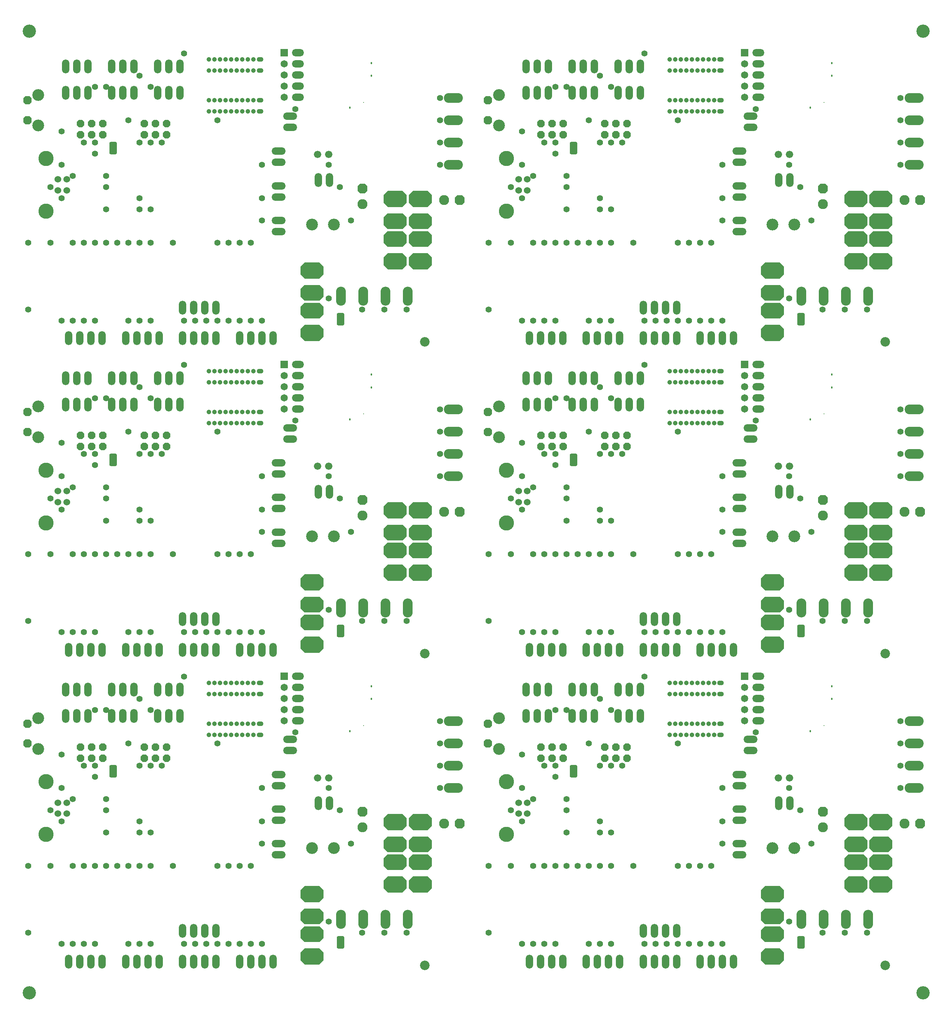
<source format=gbs>
%FSLAX24Y24*%
%MOIN*%
G70*
G01*
G75*
G04 Layer_Color=12517567*
%ADD10C,0.0070*%
G04:AMPARAMS|DCode=11|XSize=78.7mil|YSize=78.7mil|CornerRadius=39.4mil|HoleSize=0mil|Usage=FLASHONLY|Rotation=90.000|XOffset=0mil|YOffset=0mil|HoleType=Round|Shape=RoundedRectangle|*
%AMROUNDEDRECTD11*
21,1,0.0787,0.0000,0,0,90.0*
21,1,0.0000,0.0787,0,0,90.0*
1,1,0.0787,0.0000,0.0000*
1,1,0.0787,0.0000,0.0000*
1,1,0.0787,0.0000,0.0000*
1,1,0.0787,0.0000,0.0000*
%
%ADD11ROUNDEDRECTD11*%
%ADD12C,0.0100*%
%ADD13C,0.0650*%
%ADD14R,0.1970X0.1700*%
%ADD15R,0.0280X0.0560*%
%ADD16R,0.0600X0.0120*%
%ADD17R,0.0120X0.0600*%
G04:AMPARAMS|DCode=18|XSize=11mil|YSize=31.5mil|CornerRadius=4.4mil|HoleSize=0mil|Usage=FLASHONLY|Rotation=180.000|XOffset=0mil|YOffset=0mil|HoleType=Round|Shape=RoundedRectangle|*
%AMROUNDEDRECTD18*
21,1,0.0110,0.0227,0,0,180.0*
21,1,0.0022,0.0315,0,0,180.0*
1,1,0.0088,-0.0011,0.0113*
1,1,0.0088,0.0011,0.0113*
1,1,0.0088,0.0011,-0.0113*
1,1,0.0088,-0.0011,-0.0113*
%
%ADD18ROUNDEDRECTD18*%
G04:AMPARAMS|DCode=19|XSize=11mil|YSize=31.5mil|CornerRadius=4.4mil|HoleSize=0mil|Usage=FLASHONLY|Rotation=270.000|XOffset=0mil|YOffset=0mil|HoleType=Round|Shape=RoundedRectangle|*
%AMROUNDEDRECTD19*
21,1,0.0110,0.0227,0,0,270.0*
21,1,0.0022,0.0315,0,0,270.0*
1,1,0.0088,-0.0113,-0.0011*
1,1,0.0088,-0.0113,0.0011*
1,1,0.0088,0.0113,0.0011*
1,1,0.0088,0.0113,-0.0011*
%
%ADD19ROUNDEDRECTD19*%
%ADD20R,0.1370X0.1370*%
%ADD21R,0.1370X0.1370*%
%ADD22R,0.0236X0.1319*%
G04:AMPARAMS|DCode=23|XSize=40mil|YSize=40mil|CornerRadius=20mil|HoleSize=0mil|Usage=FLASHONLY|Rotation=0.000|XOffset=0mil|YOffset=0mil|HoleType=Round|Shape=RoundedRectangle|*
%AMROUNDEDRECTD23*
21,1,0.0400,0.0000,0,0,0.0*
21,1,0.0000,0.0400,0,0,0.0*
1,1,0.0400,0.0000,0.0000*
1,1,0.0400,0.0000,0.0000*
1,1,0.0400,0.0000,0.0000*
1,1,0.0400,0.0000,0.0000*
%
%ADD23ROUNDEDRECTD23*%
%ADD24R,0.0480X0.0480*%
%ADD25R,0.0480X0.0480*%
%ADD26R,0.0420X0.0520*%
%ADD27R,0.0354X0.1299*%
%ADD28R,0.0240X0.0240*%
%ADD29R,0.1260X0.0630*%
%ADD30R,0.0360X0.0320*%
%ADD31R,0.0280X0.0200*%
%ADD32R,0.0200X0.0280*%
%ADD33R,0.0790X0.0790*%
%ADD34R,0.0790X0.0790*%
%ADD35R,0.0500X0.0150*%
G04:AMPARAMS|DCode=36|XSize=63mil|YSize=71mil|CornerRadius=15.8mil|HoleSize=0mil|Usage=FLASHONLY|Rotation=270.000|XOffset=0mil|YOffset=0mil|HoleType=Round|Shape=RoundedRectangle|*
%AMROUNDEDRECTD36*
21,1,0.0630,0.0395,0,0,270.0*
21,1,0.0315,0.0710,0,0,270.0*
1,1,0.0315,-0.0198,-0.0158*
1,1,0.0315,-0.0198,0.0158*
1,1,0.0315,0.0198,0.0158*
1,1,0.0315,0.0198,-0.0158*
%
%ADD36ROUNDEDRECTD36*%
G04:AMPARAMS|DCode=37|XSize=29.1mil|YSize=39.4mil|CornerRadius=5.8mil|HoleSize=0mil|Usage=FLASHONLY|Rotation=90.000|XOffset=0mil|YOffset=0mil|HoleType=Round|Shape=RoundedRectangle|*
%AMROUNDEDRECTD37*
21,1,0.0291,0.0277,0,0,90.0*
21,1,0.0175,0.0394,0,0,90.0*
1,1,0.0117,0.0139,0.0087*
1,1,0.0117,0.0139,-0.0087*
1,1,0.0117,-0.0139,-0.0087*
1,1,0.0117,-0.0139,0.0087*
%
%ADD37ROUNDEDRECTD37*%
G04:AMPARAMS|DCode=38|XSize=29.1mil|YSize=39.4mil|CornerRadius=5.8mil|HoleSize=0mil|Usage=FLASHONLY|Rotation=180.000|XOffset=0mil|YOffset=0mil|HoleType=Round|Shape=RoundedRectangle|*
%AMROUNDEDRECTD38*
21,1,0.0291,0.0277,0,0,180.0*
21,1,0.0175,0.0394,0,0,180.0*
1,1,0.0117,-0.0087,0.0139*
1,1,0.0117,0.0087,0.0139*
1,1,0.0117,0.0087,-0.0139*
1,1,0.0117,-0.0087,-0.0139*
%
%ADD38ROUNDEDRECTD38*%
G04:AMPARAMS|DCode=39|XSize=22mil|YSize=24mil|CornerRadius=4.4mil|HoleSize=0mil|Usage=FLASHONLY|Rotation=0.000|XOffset=0mil|YOffset=0mil|HoleType=Round|Shape=RoundedRectangle|*
%AMROUNDEDRECTD39*
21,1,0.0220,0.0152,0,0,0.0*
21,1,0.0132,0.0240,0,0,0.0*
1,1,0.0088,0.0066,-0.0076*
1,1,0.0088,-0.0066,-0.0076*
1,1,0.0088,-0.0066,0.0076*
1,1,0.0088,0.0066,0.0076*
%
%ADD39ROUNDEDRECTD39*%
G04:AMPARAMS|DCode=40|XSize=22mil|YSize=24mil|CornerRadius=4.4mil|HoleSize=0mil|Usage=FLASHONLY|Rotation=270.000|XOffset=0mil|YOffset=0mil|HoleType=Round|Shape=RoundedRectangle|*
%AMROUNDEDRECTD40*
21,1,0.0220,0.0152,0,0,270.0*
21,1,0.0132,0.0240,0,0,270.0*
1,1,0.0088,-0.0076,-0.0066*
1,1,0.0088,-0.0076,0.0066*
1,1,0.0088,0.0076,0.0066*
1,1,0.0088,0.0076,-0.0066*
%
%ADD40ROUNDEDRECTD40*%
%ADD41R,0.0543X0.0709*%
%ADD42R,0.0200X0.0260*%
%ADD43R,0.0433X0.0669*%
G04:AMPARAMS|DCode=44|XSize=52mil|YSize=60mil|CornerRadius=13mil|HoleSize=0mil|Usage=FLASHONLY|Rotation=180.000|XOffset=0mil|YOffset=0mil|HoleType=Round|Shape=RoundedRectangle|*
%AMROUNDEDRECTD44*
21,1,0.0520,0.0340,0,0,180.0*
21,1,0.0260,0.0600,0,0,180.0*
1,1,0.0260,-0.0130,0.0170*
1,1,0.0260,0.0130,0.0170*
1,1,0.0260,0.0130,-0.0170*
1,1,0.0260,-0.0130,-0.0170*
%
%ADD44ROUNDEDRECTD44*%
G04:AMPARAMS|DCode=45|XSize=52mil|YSize=60mil|CornerRadius=13mil|HoleSize=0mil|Usage=FLASHONLY|Rotation=270.000|XOffset=0mil|YOffset=0mil|HoleType=Round|Shape=RoundedRectangle|*
%AMROUNDEDRECTD45*
21,1,0.0520,0.0340,0,0,270.0*
21,1,0.0260,0.0600,0,0,270.0*
1,1,0.0260,-0.0170,-0.0130*
1,1,0.0260,-0.0170,0.0130*
1,1,0.0260,0.0170,0.0130*
1,1,0.0260,0.0170,-0.0130*
%
%ADD45ROUNDEDRECTD45*%
%ADD46R,0.1673X0.0465*%
G04:AMPARAMS|DCode=47|XSize=50mil|YSize=50mil|CornerRadius=25mil|HoleSize=0mil|Usage=FLASHONLY|Rotation=90.000|XOffset=0mil|YOffset=0mil|HoleType=Round|Shape=RoundedRectangle|*
%AMROUNDEDRECTD47*
21,1,0.0500,0.0000,0,0,90.0*
21,1,0.0000,0.0500,0,0,90.0*
1,1,0.0500,0.0000,0.0000*
1,1,0.0500,0.0000,0.0000*
1,1,0.0500,0.0000,0.0000*
1,1,0.0500,0.0000,0.0000*
%
%ADD47ROUNDEDRECTD47*%
%ADD48C,0.0600*%
G04:AMPARAMS|DCode=49|XSize=105mil|YSize=105mil|CornerRadius=26.3mil|HoleSize=0mil|Usage=FLASHONLY|Rotation=180.000|XOffset=0mil|YOffset=0mil|HoleType=Round|Shape=RoundedRectangle|*
%AMROUNDEDRECTD49*
21,1,0.1050,0.0525,0,0,180.0*
21,1,0.0525,0.1050,0,0,180.0*
1,1,0.0525,-0.0263,0.0263*
1,1,0.0525,0.0263,0.0263*
1,1,0.0525,0.0263,-0.0263*
1,1,0.0525,-0.0263,-0.0263*
%
%ADD49ROUNDEDRECTD49*%
%ADD50R,0.0402X0.0118*%
%ADD51C,0.0500*%
%ADD52C,0.0240*%
%ADD53C,0.0080*%
%ADD54C,0.0200*%
%ADD55C,0.0320*%
%ADD56C,0.0120*%
%ADD57C,0.0600*%
%ADD58C,0.0400*%
%ADD59C,0.0250*%
%ADD60C,0.0160*%
%ADD61R,0.1299X0.1063*%
%ADD62R,0.1575X0.0984*%
%ADD63R,0.1929X0.1457*%
%ADD64R,0.0551X0.0472*%
%ADD65O,0.0540X0.0360*%
%ADD66C,0.0360*%
%ADD67O,0.0600X0.1200*%
%ADD68P,0.0758X8X292.5*%
%ADD69C,0.1000*%
%ADD70O,0.1200X0.0600*%
%ADD71O,0.1024X0.0591*%
%ADD72C,0.0591*%
%ADD73R,0.0591X0.0591*%
%ADD74C,0.1305*%
%ADD75C,0.0540*%
%ADD76O,0.1650X0.0825*%
%ADD77O,0.0825X0.1650*%
%ADD78P,0.0909X8X112.5*%
%ADD79C,0.0840*%
%ADD80P,0.0909X8X22.5*%
G04:AMPARAMS|DCode=81|XSize=133.9mil|YSize=200mil|CornerRadius=0mil|HoleSize=0mil|Usage=FLASHONLY|Rotation=270.000|XOffset=0mil|YOffset=0mil|HoleType=Round|Shape=Octagon|*
%AMOCTAGOND81*
4,1,8,0.1000,0.0335,0.1000,-0.0335,0.0665,-0.0669,-0.0665,-0.0669,-0.1000,-0.0335,-0.1000,0.0335,-0.0665,0.0669,0.0665,0.0669,0.1000,0.0335,0.0*
%
%ADD81OCTAGOND81*%

G04:AMPARAMS|DCode=82|XSize=140mil|YSize=200mil|CornerRadius=0mil|HoleSize=0mil|Usage=FLASHONLY|Rotation=270.000|XOffset=0mil|YOffset=0mil|HoleType=Round|Shape=Octagon|*
%AMOCTAGOND82*
4,1,8,0.1000,0.0350,0.1000,-0.0350,0.0650,-0.0700,-0.0650,-0.0700,-0.1000,-0.0350,-0.1000,0.0350,-0.0650,0.0700,0.0650,0.0700,0.1000,0.0350,0.0*
%
%ADD82OCTAGOND82*%

%ADD83P,0.0671X8X22.5*%
%ADD84C,0.0800*%
%ADD85C,0.0300*%
%ADD86C,0.0500*%
%ADD87C,0.0400*%
%ADD88C,0.0320*%
%ADD89C,0.1581*%
%ADD90C,0.0460*%
G04:AMPARAMS|DCode=91|XSize=82mil|YSize=82mil|CornerRadius=0mil|HoleSize=0mil|Usage=FLASHONLY|Rotation=0.000|XOffset=0mil|YOffset=0mil|HoleType=Round|Shape=Relief|Width=10mil|Gap=10mil|Entries=4|*
%AMTHD91*
7,0,0,0.0820,0.0620,0.0100,45*
%
%ADD91THD91*%
%ADD92C,0.0640*%
G04:AMPARAMS|DCode=93|XSize=100mil|YSize=100mil|CornerRadius=0mil|HoleSize=0mil|Usage=FLASHONLY|Rotation=0.000|XOffset=0mil|YOffset=0mil|HoleType=Round|Shape=Relief|Width=10mil|Gap=10mil|Entries=4|*
%AMTHD93*
7,0,0,0.1000,0.0800,0.0100,45*
%
%ADD93THD93*%
%ADD94C,0.0830*%
%ADD95C,0.0594*%
G04:AMPARAMS|DCode=96|XSize=95.433mil|YSize=95.433mil|CornerRadius=0mil|HoleSize=0mil|Usage=FLASHONLY|Rotation=0.000|XOffset=0mil|YOffset=0mil|HoleType=Round|Shape=Relief|Width=10mil|Gap=10mil|Entries=4|*
%AMTHD96*
7,0,0,0.0954,0.0754,0.0100,45*
%
%ADD96THD96*%
%ADD97C,0.1110*%
G04:AMPARAMS|DCode=98|XSize=98mil|YSize=98mil|CornerRadius=0mil|HoleSize=0mil|Usage=FLASHONLY|Rotation=0.000|XOffset=0mil|YOffset=0mil|HoleType=Round|Shape=Relief|Width=10mil|Gap=10mil|Entries=4|*
%AMTHD98*
7,0,0,0.0980,0.0780,0.0100,45*
%
%ADD98THD98*%
%ADD99C,0.0620*%
%ADD100C,0.0790*%
G04:AMPARAMS|DCode=101|XSize=115mil|YSize=115mil|CornerRadius=0mil|HoleSize=0mil|Usage=FLASHONLY|Rotation=0.000|XOffset=0mil|YOffset=0mil|HoleType=Round|Shape=Relief|Width=10mil|Gap=10mil|Entries=4|*
%AMTHD101*
7,0,0,0.1150,0.0950,0.0100,45*
%
%ADD101THD101*%
%ADD102C,0.1240*%
%ADD103C,0.0390*%
%ADD104C,0.1421*%
%ADD105C,0.0520*%
%ADD106C,0.1400*%
%ADD107C,0.0800*%
%ADD108C,0.1040*%
%ADD109C,0.1300*%
%ADD110R,0.4094X0.4331*%
%ADD111R,0.3425X0.4284*%
%ADD112R,0.3583X0.4284*%
%ADD113R,0.3622X0.4331*%
G04:AMPARAMS|DCode=114|XSize=46mil|YSize=63mil|CornerRadius=11.5mil|HoleSize=0mil|Usage=FLASHONLY|Rotation=270.000|XOffset=0mil|YOffset=0mil|HoleType=Round|Shape=RoundedRectangle|*
%AMROUNDEDRECTD114*
21,1,0.0460,0.0400,0,0,270.0*
21,1,0.0230,0.0630,0,0,270.0*
1,1,0.0230,-0.0200,-0.0115*
1,1,0.0230,-0.0200,0.0115*
1,1,0.0230,0.0200,0.0115*
1,1,0.0230,0.0200,-0.0115*
%
%ADD114ROUNDEDRECTD114*%
G04:AMPARAMS|DCode=115|XSize=50mil|YSize=50mil|CornerRadius=25mil|HoleSize=0mil|Usage=FLASHONLY|Rotation=0.000|XOffset=0mil|YOffset=0mil|HoleType=Round|Shape=RoundedRectangle|*
%AMROUNDEDRECTD115*
21,1,0.0500,0.0000,0,0,0.0*
21,1,0.0000,0.0500,0,0,0.0*
1,1,0.0500,0.0000,0.0000*
1,1,0.0500,0.0000,0.0000*
1,1,0.0500,0.0000,0.0000*
1,1,0.0500,0.0000,0.0000*
%
%ADD115ROUNDEDRECTD115*%
%ADD116C,0.0098*%
%ADD117C,0.0050*%
%ADD118C,0.0000*%
%ADD119C,0.0060*%
%ADD120C,0.0079*%
%ADD121C,0.0040*%
%ADD122R,0.0120X0.0059*%
%ADD123R,0.0120X0.0060*%
%ADD124R,0.0120X0.0119*%
%ADD125R,0.0059X0.0120*%
%ADD126R,0.0060X0.0120*%
%ADD127R,0.0119X0.0120*%
%ADD128R,0.2450X0.0492*%
%ADD129R,0.0879X0.0295*%
%ADD130R,0.0295X0.0879*%
%ADD131R,0.1950X0.1680*%
%ADD132R,0.0260X0.0540*%
%ADD133R,0.0580X0.0100*%
%ADD134R,0.0100X0.0580*%
G04:AMPARAMS|DCode=135|XSize=9mil|YSize=29.5mil|CornerRadius=3.4mil|HoleSize=0mil|Usage=FLASHONLY|Rotation=180.000|XOffset=0mil|YOffset=0mil|HoleType=Round|Shape=RoundedRectangle|*
%AMROUNDEDRECTD135*
21,1,0.0090,0.0227,0,0,180.0*
21,1,0.0022,0.0295,0,0,180.0*
1,1,0.0068,-0.0011,0.0113*
1,1,0.0068,0.0011,0.0113*
1,1,0.0068,0.0011,-0.0113*
1,1,0.0068,-0.0011,-0.0113*
%
%ADD135ROUNDEDRECTD135*%
G04:AMPARAMS|DCode=136|XSize=9mil|YSize=29.5mil|CornerRadius=3.4mil|HoleSize=0mil|Usage=FLASHONLY|Rotation=270.000|XOffset=0mil|YOffset=0mil|HoleType=Round|Shape=RoundedRectangle|*
%AMROUNDEDRECTD136*
21,1,0.0090,0.0227,0,0,270.0*
21,1,0.0022,0.0295,0,0,270.0*
1,1,0.0068,-0.0113,-0.0011*
1,1,0.0068,-0.0113,0.0011*
1,1,0.0068,0.0113,0.0011*
1,1,0.0068,0.0113,-0.0011*
%
%ADD136ROUNDEDRECTD136*%
%ADD137R,0.0216X0.1299*%
%ADD138R,0.0460X0.0460*%
%ADD139R,0.0460X0.0460*%
%ADD140R,0.0400X0.0500*%
%ADD141R,0.0334X0.1279*%
%ADD142R,0.0220X0.0220*%
%ADD143R,0.1240X0.0610*%
%ADD144R,0.0340X0.0300*%
%ADD145R,0.0260X0.0180*%
%ADD146R,0.0180X0.0260*%
%ADD147R,0.0770X0.0770*%
%ADD148R,0.0770X0.0770*%
%ADD149R,0.0480X0.0130*%
G04:AMPARAMS|DCode=150|XSize=61mil|YSize=69mil|CornerRadius=14.8mil|HoleSize=0mil|Usage=FLASHONLY|Rotation=270.000|XOffset=0mil|YOffset=0mil|HoleType=Round|Shape=RoundedRectangle|*
%AMROUNDEDRECTD150*
21,1,0.0610,0.0395,0,0,270.0*
21,1,0.0315,0.0690,0,0,270.0*
1,1,0.0295,-0.0198,-0.0158*
1,1,0.0295,-0.0198,0.0158*
1,1,0.0295,0.0198,0.0158*
1,1,0.0295,0.0198,-0.0158*
%
%ADD150ROUNDEDRECTD150*%
G04:AMPARAMS|DCode=151|XSize=27.1mil|YSize=37.4mil|CornerRadius=4.8mil|HoleSize=0mil|Usage=FLASHONLY|Rotation=90.000|XOffset=0mil|YOffset=0mil|HoleType=Round|Shape=RoundedRectangle|*
%AMROUNDEDRECTD151*
21,1,0.0271,0.0277,0,0,90.0*
21,1,0.0175,0.0374,0,0,90.0*
1,1,0.0097,0.0139,0.0087*
1,1,0.0097,0.0139,-0.0087*
1,1,0.0097,-0.0139,-0.0087*
1,1,0.0097,-0.0139,0.0087*
%
%ADD151ROUNDEDRECTD151*%
G04:AMPARAMS|DCode=152|XSize=27.1mil|YSize=37.4mil|CornerRadius=4.8mil|HoleSize=0mil|Usage=FLASHONLY|Rotation=180.000|XOffset=0mil|YOffset=0mil|HoleType=Round|Shape=RoundedRectangle|*
%AMROUNDEDRECTD152*
21,1,0.0271,0.0277,0,0,180.0*
21,1,0.0175,0.0374,0,0,180.0*
1,1,0.0097,-0.0087,0.0139*
1,1,0.0097,0.0087,0.0139*
1,1,0.0097,0.0087,-0.0139*
1,1,0.0097,-0.0087,-0.0139*
%
%ADD152ROUNDEDRECTD152*%
G04:AMPARAMS|DCode=153|XSize=20mil|YSize=22mil|CornerRadius=3.4mil|HoleSize=0mil|Usage=FLASHONLY|Rotation=0.000|XOffset=0mil|YOffset=0mil|HoleType=Round|Shape=RoundedRectangle|*
%AMROUNDEDRECTD153*
21,1,0.0200,0.0152,0,0,0.0*
21,1,0.0132,0.0220,0,0,0.0*
1,1,0.0068,0.0066,-0.0076*
1,1,0.0068,-0.0066,-0.0076*
1,1,0.0068,-0.0066,0.0076*
1,1,0.0068,0.0066,0.0076*
%
%ADD153ROUNDEDRECTD153*%
G04:AMPARAMS|DCode=154|XSize=20mil|YSize=22mil|CornerRadius=3.4mil|HoleSize=0mil|Usage=FLASHONLY|Rotation=270.000|XOffset=0mil|YOffset=0mil|HoleType=Round|Shape=RoundedRectangle|*
%AMROUNDEDRECTD154*
21,1,0.0200,0.0152,0,0,270.0*
21,1,0.0132,0.0220,0,0,270.0*
1,1,0.0068,-0.0076,-0.0066*
1,1,0.0068,-0.0076,0.0066*
1,1,0.0068,0.0076,0.0066*
1,1,0.0068,0.0076,-0.0066*
%
%ADD154ROUNDEDRECTD154*%
%ADD155R,0.0523X0.0689*%
%ADD156R,0.0180X0.0240*%
%ADD157R,0.0413X0.0649*%
G04:AMPARAMS|DCode=158|XSize=50mil|YSize=58mil|CornerRadius=12mil|HoleSize=0mil|Usage=FLASHONLY|Rotation=180.000|XOffset=0mil|YOffset=0mil|HoleType=Round|Shape=RoundedRectangle|*
%AMROUNDEDRECTD158*
21,1,0.0500,0.0340,0,0,180.0*
21,1,0.0260,0.0580,0,0,180.0*
1,1,0.0240,-0.0130,0.0170*
1,1,0.0240,0.0130,0.0170*
1,1,0.0240,0.0130,-0.0170*
1,1,0.0240,-0.0130,-0.0170*
%
%ADD158ROUNDEDRECTD158*%
G04:AMPARAMS|DCode=159|XSize=50mil|YSize=58mil|CornerRadius=12mil|HoleSize=0mil|Usage=FLASHONLY|Rotation=270.000|XOffset=0mil|YOffset=0mil|HoleType=Round|Shape=RoundedRectangle|*
%AMROUNDEDRECTD159*
21,1,0.0500,0.0340,0,0,270.0*
21,1,0.0260,0.0580,0,0,270.0*
1,1,0.0240,-0.0170,-0.0130*
1,1,0.0240,-0.0170,0.0130*
1,1,0.0240,0.0170,0.0130*
1,1,0.0240,0.0170,-0.0130*
%
%ADD159ROUNDEDRECTD159*%
%ADD160R,0.1653X0.0445*%
G04:AMPARAMS|DCode=161|XSize=48mil|YSize=48mil|CornerRadius=24mil|HoleSize=0mil|Usage=FLASHONLY|Rotation=90.000|XOffset=0mil|YOffset=0mil|HoleType=Round|Shape=RoundedRectangle|*
%AMROUNDEDRECTD161*
21,1,0.0480,0.0000,0,0,90.0*
21,1,0.0000,0.0480,0,0,90.0*
1,1,0.0480,0.0000,0.0000*
1,1,0.0480,0.0000,0.0000*
1,1,0.0480,0.0000,0.0000*
1,1,0.0480,0.0000,0.0000*
%
%ADD161ROUNDEDRECTD161*%
G04:AMPARAMS|DCode=162|XSize=103mil|YSize=103mil|CornerRadius=25.3mil|HoleSize=0mil|Usage=FLASHONLY|Rotation=180.000|XOffset=0mil|YOffset=0mil|HoleType=Round|Shape=RoundedRectangle|*
%AMROUNDEDRECTD162*
21,1,0.1030,0.0525,0,0,180.0*
21,1,0.0525,0.1030,0,0,180.0*
1,1,0.0505,-0.0263,0.0263*
1,1,0.0505,0.0263,0.0263*
1,1,0.0505,0.0263,-0.0263*
1,1,0.0505,-0.0263,-0.0263*
%
%ADD162ROUNDEDRECTD162*%
%ADD163R,0.0382X0.0098*%
%ADD164C,0.0150*%
%ADD165C,0.0394*%
%ADD166R,0.0460X0.0130*%
%ADD167R,0.0530X0.0170*%
G04:AMPARAMS|DCode=168|XSize=118.7mil|YSize=118.7mil|CornerRadius=59.4mil|HoleSize=0mil|Usage=FLASHONLY|Rotation=90.000|XOffset=0mil|YOffset=0mil|HoleType=Round|Shape=RoundedRectangle|*
%AMROUNDEDRECTD168*
21,1,0.1187,0.0000,0,0,90.0*
21,1,0.0000,0.1187,0,0,90.0*
1,1,0.1187,0.0000,0.0000*
1,1,0.1187,0.0000,0.0000*
1,1,0.1187,0.0000,0.0000*
1,1,0.1187,0.0000,0.0000*
%
%ADD168ROUNDEDRECTD168*%
%ADD169R,0.0340X0.0620*%
%ADD170R,0.0680X0.0200*%
%ADD171R,0.0200X0.0680*%
G04:AMPARAMS|DCode=172|XSize=15mil|YSize=35.4mil|CornerRadius=6.4mil|HoleSize=0mil|Usage=FLASHONLY|Rotation=180.000|XOffset=0mil|YOffset=0mil|HoleType=Round|Shape=RoundedRectangle|*
%AMROUNDEDRECTD172*
21,1,0.0150,0.0227,0,0,180.0*
21,1,0.0022,0.0354,0,0,180.0*
1,1,0.0128,-0.0011,0.0113*
1,1,0.0128,0.0011,0.0113*
1,1,0.0128,0.0011,-0.0113*
1,1,0.0128,-0.0011,-0.0113*
%
%ADD172ROUNDEDRECTD172*%
G04:AMPARAMS|DCode=173|XSize=15mil|YSize=35.4mil|CornerRadius=6.4mil|HoleSize=0mil|Usage=FLASHONLY|Rotation=270.000|XOffset=0mil|YOffset=0mil|HoleType=Round|Shape=RoundedRectangle|*
%AMROUNDEDRECTD173*
21,1,0.0150,0.0227,0,0,270.0*
21,1,0.0022,0.0354,0,0,270.0*
1,1,0.0128,-0.0113,-0.0011*
1,1,0.0128,-0.0113,0.0011*
1,1,0.0128,0.0113,0.0011*
1,1,0.0128,0.0113,-0.0011*
%
%ADD173ROUNDEDRECTD173*%
%ADD174R,0.0296X0.1379*%
G04:AMPARAMS|DCode=175|XSize=80mil|YSize=80mil|CornerRadius=40mil|HoleSize=0mil|Usage=FLASHONLY|Rotation=0.000|XOffset=0mil|YOffset=0mil|HoleType=Round|Shape=RoundedRectangle|*
%AMROUNDEDRECTD175*
21,1,0.0800,0.0000,0,0,0.0*
21,1,0.0000,0.0800,0,0,0.0*
1,1,0.0800,0.0000,0.0000*
1,1,0.0800,0.0000,0.0000*
1,1,0.0800,0.0000,0.0000*
1,1,0.0800,0.0000,0.0000*
%
%ADD175ROUNDEDRECTD175*%
%ADD176R,0.0540X0.0540*%
%ADD177R,0.0540X0.0540*%
%ADD178R,0.0480X0.0580*%
%ADD179R,0.0414X0.1359*%
%ADD180R,0.0300X0.0300*%
%ADD181R,0.1320X0.0690*%
%ADD182R,0.0420X0.0380*%
%ADD183R,0.0340X0.0260*%
%ADD184R,0.0260X0.0340*%
%ADD185R,0.0850X0.0850*%
%ADD186R,0.0850X0.0850*%
%ADD187R,0.0560X0.0210*%
G04:AMPARAMS|DCode=188|XSize=69mil|YSize=77mil|CornerRadius=18.8mil|HoleSize=0mil|Usage=FLASHONLY|Rotation=270.000|XOffset=0mil|YOffset=0mil|HoleType=Round|Shape=RoundedRectangle|*
%AMROUNDEDRECTD188*
21,1,0.0690,0.0395,0,0,270.0*
21,1,0.0315,0.0770,0,0,270.0*
1,1,0.0375,-0.0198,-0.0158*
1,1,0.0375,-0.0198,0.0158*
1,1,0.0375,0.0198,0.0158*
1,1,0.0375,0.0198,-0.0158*
%
%ADD188ROUNDEDRECTD188*%
G04:AMPARAMS|DCode=189|XSize=35.1mil|YSize=45.4mil|CornerRadius=8.8mil|HoleSize=0mil|Usage=FLASHONLY|Rotation=90.000|XOffset=0mil|YOffset=0mil|HoleType=Round|Shape=RoundedRectangle|*
%AMROUNDEDRECTD189*
21,1,0.0351,0.0277,0,0,90.0*
21,1,0.0175,0.0454,0,0,90.0*
1,1,0.0177,0.0139,0.0087*
1,1,0.0177,0.0139,-0.0087*
1,1,0.0177,-0.0139,-0.0087*
1,1,0.0177,-0.0139,0.0087*
%
%ADD189ROUNDEDRECTD189*%
G04:AMPARAMS|DCode=190|XSize=35.1mil|YSize=45.4mil|CornerRadius=8.8mil|HoleSize=0mil|Usage=FLASHONLY|Rotation=180.000|XOffset=0mil|YOffset=0mil|HoleType=Round|Shape=RoundedRectangle|*
%AMROUNDEDRECTD190*
21,1,0.0351,0.0277,0,0,180.0*
21,1,0.0175,0.0454,0,0,180.0*
1,1,0.0177,-0.0087,0.0139*
1,1,0.0177,0.0087,0.0139*
1,1,0.0177,0.0087,-0.0139*
1,1,0.0177,-0.0087,-0.0139*
%
%ADD190ROUNDEDRECTD190*%
G04:AMPARAMS|DCode=191|XSize=28mil|YSize=30mil|CornerRadius=7.4mil|HoleSize=0mil|Usage=FLASHONLY|Rotation=0.000|XOffset=0mil|YOffset=0mil|HoleType=Round|Shape=RoundedRectangle|*
%AMROUNDEDRECTD191*
21,1,0.0280,0.0152,0,0,0.0*
21,1,0.0132,0.0300,0,0,0.0*
1,1,0.0148,0.0066,-0.0076*
1,1,0.0148,-0.0066,-0.0076*
1,1,0.0148,-0.0066,0.0076*
1,1,0.0148,0.0066,0.0076*
%
%ADD191ROUNDEDRECTD191*%
G04:AMPARAMS|DCode=192|XSize=28mil|YSize=30mil|CornerRadius=7.4mil|HoleSize=0mil|Usage=FLASHONLY|Rotation=270.000|XOffset=0mil|YOffset=0mil|HoleType=Round|Shape=RoundedRectangle|*
%AMROUNDEDRECTD192*
21,1,0.0280,0.0152,0,0,270.0*
21,1,0.0132,0.0300,0,0,270.0*
1,1,0.0148,-0.0076,-0.0066*
1,1,0.0148,-0.0076,0.0066*
1,1,0.0148,0.0076,0.0066*
1,1,0.0148,0.0076,-0.0066*
%
%ADD192ROUNDEDRECTD192*%
%ADD193R,0.0603X0.0769*%
%ADD194R,0.0260X0.0320*%
%ADD195R,0.0493X0.0729*%
G04:AMPARAMS|DCode=196|XSize=58mil|YSize=66mil|CornerRadius=16mil|HoleSize=0mil|Usage=FLASHONLY|Rotation=180.000|XOffset=0mil|YOffset=0mil|HoleType=Round|Shape=RoundedRectangle|*
%AMROUNDEDRECTD196*
21,1,0.0580,0.0340,0,0,180.0*
21,1,0.0260,0.0660,0,0,180.0*
1,1,0.0320,-0.0130,0.0170*
1,1,0.0320,0.0130,0.0170*
1,1,0.0320,0.0130,-0.0170*
1,1,0.0320,-0.0130,-0.0170*
%
%ADD196ROUNDEDRECTD196*%
G04:AMPARAMS|DCode=197|XSize=58mil|YSize=66mil|CornerRadius=16mil|HoleSize=0mil|Usage=FLASHONLY|Rotation=270.000|XOffset=0mil|YOffset=0mil|HoleType=Round|Shape=RoundedRectangle|*
%AMROUNDEDRECTD197*
21,1,0.0580,0.0340,0,0,270.0*
21,1,0.0260,0.0660,0,0,270.0*
1,1,0.0320,-0.0170,-0.0130*
1,1,0.0320,-0.0170,0.0130*
1,1,0.0320,0.0170,0.0130*
1,1,0.0320,0.0170,-0.0130*
%
%ADD197ROUNDEDRECTD197*%
%ADD198R,0.1733X0.0525*%
G04:AMPARAMS|DCode=199|XSize=56mil|YSize=56mil|CornerRadius=28mil|HoleSize=0mil|Usage=FLASHONLY|Rotation=90.000|XOffset=0mil|YOffset=0mil|HoleType=Round|Shape=RoundedRectangle|*
%AMROUNDEDRECTD199*
21,1,0.0560,0.0000,0,0,90.0*
21,1,0.0000,0.0560,0,0,90.0*
1,1,0.0560,0.0000,0.0000*
1,1,0.0560,0.0000,0.0000*
1,1,0.0560,0.0000,0.0000*
1,1,0.0560,0.0000,0.0000*
%
%ADD199ROUNDEDRECTD199*%
%ADD200R,0.0482X0.0198*%
%ADD201O,0.0600X0.0420*%
%ADD202C,0.0420*%
%ADD203O,0.0660X0.1260*%
%ADD204P,0.0823X8X292.5*%
%ADD205C,0.1060*%
%ADD206O,0.1260X0.0660*%
%ADD207O,0.1084X0.0651*%
%ADD208C,0.0651*%
%ADD209R,0.0651X0.0651*%
%ADD210C,0.1365*%
%ADD211O,0.1710X0.0885*%
%ADD212O,0.0885X0.1710*%
%ADD213P,0.0974X8X112.5*%
%ADD214C,0.0900*%
%ADD215P,0.0974X8X22.5*%
G04:AMPARAMS|DCode=216|XSize=139.9mil|YSize=206mil|CornerRadius=0mil|HoleSize=0mil|Usage=FLASHONLY|Rotation=270.000|XOffset=0mil|YOffset=0mil|HoleType=Round|Shape=Octagon|*
%AMOCTAGOND216*
4,1,8,0.1030,0.0350,0.1030,-0.0350,0.0680,-0.0699,-0.0680,-0.0699,-0.1030,-0.0350,-0.1030,0.0350,-0.0680,0.0699,0.0680,0.0699,0.1030,0.0350,0.0*
%
%ADD216OCTAGOND216*%

G04:AMPARAMS|DCode=217|XSize=146mil|YSize=206mil|CornerRadius=0mil|HoleSize=0mil|Usage=FLASHONLY|Rotation=270.000|XOffset=0mil|YOffset=0mil|HoleType=Round|Shape=Octagon|*
%AMOCTAGOND217*
4,1,8,0.1030,0.0365,0.1030,-0.0365,0.0665,-0.0730,-0.0665,-0.0730,-0.1030,-0.0365,-0.1030,0.0365,-0.0665,0.0730,0.0665,0.0730,0.1030,0.0365,0.0*
%
%ADD217OCTAGOND217*%

%ADD218P,0.0736X8X22.5*%
%ADD219C,0.0660*%
%ADD220C,0.0860*%
%ADD221C,0.0180*%
%ADD222C,0.0080*%
%ADD223R,0.0704X0.0354*%
G04:AMPARAMS|DCode=224|XSize=52mil|YSize=69mil|CornerRadius=14.5mil|HoleSize=0mil|Usage=FLASHONLY|Rotation=270.000|XOffset=0mil|YOffset=0mil|HoleType=Round|Shape=RoundedRectangle|*
%AMROUNDEDRECTD224*
21,1,0.0520,0.0400,0,0,270.0*
21,1,0.0230,0.0690,0,0,270.0*
1,1,0.0290,-0.0200,-0.0115*
1,1,0.0290,-0.0200,0.0115*
1,1,0.0290,0.0200,0.0115*
1,1,0.0290,0.0200,-0.0115*
%
%ADD224ROUNDEDRECTD224*%
G04:AMPARAMS|DCode=225|XSize=56mil|YSize=56mil|CornerRadius=28mil|HoleSize=0mil|Usage=FLASHONLY|Rotation=0.000|XOffset=0mil|YOffset=0mil|HoleType=Round|Shape=RoundedRectangle|*
%AMROUNDEDRECTD225*
21,1,0.0560,0.0000,0,0,0.0*
21,1,0.0000,0.0560,0,0,0.0*
1,1,0.0560,0.0000,0.0000*
1,1,0.0560,0.0000,0.0000*
1,1,0.0560,0.0000,0.0000*
1,1,0.0560,0.0000,0.0000*
%
%ADD225ROUNDEDRECTD225*%
D48*
X15637Y26665D02*
D03*
Y27657D02*
D03*
X16427D02*
D03*
Y26665D02*
D03*
X57015D02*
D03*
Y27657D02*
D03*
X57805D02*
D03*
Y26665D02*
D03*
X15637Y54657D02*
D03*
Y55650D02*
D03*
X16427D02*
D03*
Y54657D02*
D03*
X57015D02*
D03*
Y55650D02*
D03*
X57805D02*
D03*
Y54657D02*
D03*
X15637Y82650D02*
D03*
Y83642D02*
D03*
X16427D02*
D03*
Y82650D02*
D03*
X57015D02*
D03*
Y83642D02*
D03*
X57805D02*
D03*
Y82650D02*
D03*
D168*
X13061Y96959D02*
D03*
X93356D02*
D03*
Y10561D02*
D03*
X13061D02*
D03*
D199*
X33969Y23969D02*
D03*
X36969Y33969D02*
D03*
X75346Y23969D02*
D03*
X78346Y33969D02*
D03*
X33969Y51961D02*
D03*
X36969Y61961D02*
D03*
X75346Y51961D02*
D03*
X78346Y61961D02*
D03*
X33969Y79953D02*
D03*
X36969Y89953D02*
D03*
X75346Y79953D02*
D03*
X78346Y89953D02*
D03*
D201*
X33797Y34752D02*
D03*
Y33752D02*
D03*
Y38413D02*
D03*
Y37413D02*
D03*
X75175Y34752D02*
D03*
Y33752D02*
D03*
Y38413D02*
D03*
Y37413D02*
D03*
X33797Y62744D02*
D03*
Y61744D02*
D03*
Y66406D02*
D03*
Y65406D02*
D03*
X75175Y62744D02*
D03*
Y61744D02*
D03*
Y66406D02*
D03*
Y65406D02*
D03*
X33797Y90736D02*
D03*
Y89736D02*
D03*
Y94398D02*
D03*
Y93398D02*
D03*
X75175Y90736D02*
D03*
Y89736D02*
D03*
Y94398D02*
D03*
Y93398D02*
D03*
D202*
X33207Y34752D02*
D03*
Y33752D02*
D03*
X32707Y34752D02*
D03*
Y33752D02*
D03*
X32207Y34752D02*
D03*
Y33752D02*
D03*
X31707Y34752D02*
D03*
Y33752D02*
D03*
X31207Y34752D02*
D03*
Y33752D02*
D03*
X30707Y34752D02*
D03*
Y33752D02*
D03*
X30207Y34752D02*
D03*
Y33752D02*
D03*
X29707Y34752D02*
D03*
Y33752D02*
D03*
X29207Y34752D02*
D03*
Y33752D02*
D03*
X33207Y38413D02*
D03*
Y37413D02*
D03*
X32707Y38413D02*
D03*
Y37413D02*
D03*
X32207Y38413D02*
D03*
Y37413D02*
D03*
X31707Y38413D02*
D03*
Y37413D02*
D03*
X31207Y38413D02*
D03*
Y37413D02*
D03*
X30707Y38413D02*
D03*
Y37413D02*
D03*
X30207Y38413D02*
D03*
Y37413D02*
D03*
X29707Y38413D02*
D03*
Y37413D02*
D03*
X29207Y38413D02*
D03*
Y37413D02*
D03*
X74585Y34752D02*
D03*
Y33752D02*
D03*
X74085Y34752D02*
D03*
Y33752D02*
D03*
X73585Y34752D02*
D03*
Y33752D02*
D03*
X73085Y34752D02*
D03*
Y33752D02*
D03*
X72585Y34752D02*
D03*
Y33752D02*
D03*
X72085Y34752D02*
D03*
Y33752D02*
D03*
X71585Y34752D02*
D03*
Y33752D02*
D03*
X71085Y34752D02*
D03*
Y33752D02*
D03*
X70585Y34752D02*
D03*
Y33752D02*
D03*
X74585Y38413D02*
D03*
Y37413D02*
D03*
X74085Y38413D02*
D03*
Y37413D02*
D03*
X73585Y38413D02*
D03*
Y37413D02*
D03*
X73085Y38413D02*
D03*
Y37413D02*
D03*
X72585Y38413D02*
D03*
Y37413D02*
D03*
X72085Y38413D02*
D03*
Y37413D02*
D03*
X71585Y38413D02*
D03*
Y37413D02*
D03*
X71085Y38413D02*
D03*
Y37413D02*
D03*
X70585Y38413D02*
D03*
Y37413D02*
D03*
X33207Y62744D02*
D03*
Y61744D02*
D03*
X32707Y62744D02*
D03*
Y61744D02*
D03*
X32207Y62744D02*
D03*
Y61744D02*
D03*
X31707Y62744D02*
D03*
Y61744D02*
D03*
X31207Y62744D02*
D03*
Y61744D02*
D03*
X30707Y62744D02*
D03*
Y61744D02*
D03*
X30207Y62744D02*
D03*
Y61744D02*
D03*
X29707Y62744D02*
D03*
Y61744D02*
D03*
X29207Y62744D02*
D03*
Y61744D02*
D03*
X33207Y66406D02*
D03*
Y65406D02*
D03*
X32707Y66406D02*
D03*
Y65406D02*
D03*
X32207Y66406D02*
D03*
Y65406D02*
D03*
X31707Y66406D02*
D03*
Y65406D02*
D03*
X31207Y66406D02*
D03*
Y65406D02*
D03*
X30707Y66406D02*
D03*
Y65406D02*
D03*
X30207Y66406D02*
D03*
Y65406D02*
D03*
X29707Y66406D02*
D03*
Y65406D02*
D03*
X29207Y66406D02*
D03*
Y65406D02*
D03*
X74585Y62744D02*
D03*
Y61744D02*
D03*
X74085Y62744D02*
D03*
Y61744D02*
D03*
X73585Y62744D02*
D03*
Y61744D02*
D03*
X73085Y62744D02*
D03*
Y61744D02*
D03*
X72585Y62744D02*
D03*
Y61744D02*
D03*
X72085Y62744D02*
D03*
Y61744D02*
D03*
X71585Y62744D02*
D03*
Y61744D02*
D03*
X71085Y62744D02*
D03*
Y61744D02*
D03*
X70585Y62744D02*
D03*
Y61744D02*
D03*
X74585Y66406D02*
D03*
Y65406D02*
D03*
X74085Y66406D02*
D03*
Y65406D02*
D03*
X73585Y66406D02*
D03*
Y65406D02*
D03*
X73085Y66406D02*
D03*
Y65406D02*
D03*
X72585Y66406D02*
D03*
Y65406D02*
D03*
X72085Y66406D02*
D03*
Y65406D02*
D03*
X71585Y66406D02*
D03*
Y65406D02*
D03*
X71085Y66406D02*
D03*
Y65406D02*
D03*
X70585Y66406D02*
D03*
Y65406D02*
D03*
X33207Y90736D02*
D03*
Y89736D02*
D03*
X32707Y90736D02*
D03*
Y89736D02*
D03*
X32207Y90736D02*
D03*
Y89736D02*
D03*
X31707Y90736D02*
D03*
Y89736D02*
D03*
X31207Y90736D02*
D03*
Y89736D02*
D03*
X30707Y90736D02*
D03*
Y89736D02*
D03*
X30207Y90736D02*
D03*
Y89736D02*
D03*
X29707Y90736D02*
D03*
Y89736D02*
D03*
X29207Y90736D02*
D03*
Y89736D02*
D03*
X33207Y94398D02*
D03*
Y93398D02*
D03*
X32707Y94398D02*
D03*
Y93398D02*
D03*
X32207Y94398D02*
D03*
Y93398D02*
D03*
X31707Y94398D02*
D03*
Y93398D02*
D03*
X31207Y94398D02*
D03*
Y93398D02*
D03*
X30707Y94398D02*
D03*
Y93398D02*
D03*
X30207Y94398D02*
D03*
Y93398D02*
D03*
X29707Y94398D02*
D03*
Y93398D02*
D03*
X29207Y94398D02*
D03*
Y93398D02*
D03*
X74585Y90736D02*
D03*
Y89736D02*
D03*
X74085Y90736D02*
D03*
Y89736D02*
D03*
X73585Y90736D02*
D03*
Y89736D02*
D03*
X73085Y90736D02*
D03*
Y89736D02*
D03*
X72585Y90736D02*
D03*
Y89736D02*
D03*
X72085Y90736D02*
D03*
Y89736D02*
D03*
X71585Y90736D02*
D03*
Y89736D02*
D03*
X71085Y90736D02*
D03*
Y89736D02*
D03*
X70585Y90736D02*
D03*
Y89736D02*
D03*
X74585Y94398D02*
D03*
Y93398D02*
D03*
X74085Y94398D02*
D03*
Y93398D02*
D03*
X73585Y94398D02*
D03*
Y93398D02*
D03*
X73085Y94398D02*
D03*
Y93398D02*
D03*
X72585Y94398D02*
D03*
Y93398D02*
D03*
X72085Y94398D02*
D03*
Y93398D02*
D03*
X71585Y94398D02*
D03*
Y93398D02*
D03*
X71085Y94398D02*
D03*
Y93398D02*
D03*
X70585Y94398D02*
D03*
Y93398D02*
D03*
D203*
X26846Y13386D02*
D03*
X27846D02*
D03*
X28846D02*
D03*
X29846D02*
D03*
X26846Y16142D02*
D03*
X27846D02*
D03*
X28846D02*
D03*
X29846D02*
D03*
X24591Y37795D02*
D03*
X25591D02*
D03*
X26591D02*
D03*
X20457D02*
D03*
X21457D02*
D03*
X22457D02*
D03*
X16323D02*
D03*
X17323D02*
D03*
X18323D02*
D03*
X22457Y35433D02*
D03*
X21457D02*
D03*
X20457D02*
D03*
X26591D02*
D03*
X25591D02*
D03*
X24591D02*
D03*
X18323D02*
D03*
X17323D02*
D03*
X16323D02*
D03*
X39028Y27598D02*
D03*
X40028D02*
D03*
X16610Y13386D02*
D03*
X17610D02*
D03*
X18610D02*
D03*
X19610D02*
D03*
X21728D02*
D03*
X22728D02*
D03*
X23728D02*
D03*
X24728D02*
D03*
X31965D02*
D03*
X32965D02*
D03*
X33965D02*
D03*
X34965D02*
D03*
X68224D02*
D03*
X69224D02*
D03*
X70224D02*
D03*
X71224D02*
D03*
X68224Y16142D02*
D03*
X69224D02*
D03*
X70224D02*
D03*
X71224D02*
D03*
X65968Y37795D02*
D03*
X66968D02*
D03*
X67969D02*
D03*
X61835D02*
D03*
X62835D02*
D03*
X63835D02*
D03*
X57701D02*
D03*
X58701D02*
D03*
X59701D02*
D03*
X63835Y35433D02*
D03*
X62835D02*
D03*
X61835D02*
D03*
X67969D02*
D03*
X66968D02*
D03*
X65968D02*
D03*
X59701D02*
D03*
X58701D02*
D03*
X57701D02*
D03*
X80406Y27598D02*
D03*
X81406D02*
D03*
X57988Y13386D02*
D03*
X58988D02*
D03*
X59988D02*
D03*
X60988D02*
D03*
X63106D02*
D03*
X64106D02*
D03*
X65106D02*
D03*
X66106D02*
D03*
X73343D02*
D03*
X74343D02*
D03*
X75343D02*
D03*
X76343D02*
D03*
X26846Y41378D02*
D03*
X27846D02*
D03*
X28846D02*
D03*
X29846D02*
D03*
X26846Y44134D02*
D03*
X27846D02*
D03*
X28846D02*
D03*
X29846D02*
D03*
X24591Y65787D02*
D03*
X25591D02*
D03*
X26591D02*
D03*
X20457D02*
D03*
X21457D02*
D03*
X22457D02*
D03*
X16323D02*
D03*
X17323D02*
D03*
X18323D02*
D03*
X22457Y63425D02*
D03*
X21457D02*
D03*
X20457D02*
D03*
X26591D02*
D03*
X25591D02*
D03*
X24591D02*
D03*
X18323D02*
D03*
X17323D02*
D03*
X16323D02*
D03*
X39028Y55591D02*
D03*
X40028D02*
D03*
X16610Y41378D02*
D03*
X17610D02*
D03*
X18610D02*
D03*
X19610D02*
D03*
X21728D02*
D03*
X22728D02*
D03*
X23728D02*
D03*
X24728D02*
D03*
X31965D02*
D03*
X32965D02*
D03*
X33965D02*
D03*
X34965D02*
D03*
X68224D02*
D03*
X69224D02*
D03*
X70224D02*
D03*
X71224D02*
D03*
X68224Y44134D02*
D03*
X69224D02*
D03*
X70224D02*
D03*
X71224D02*
D03*
X65968Y65787D02*
D03*
X66968D02*
D03*
X67969D02*
D03*
X61835D02*
D03*
X62835D02*
D03*
X63835D02*
D03*
X57701D02*
D03*
X58701D02*
D03*
X59701D02*
D03*
X63835Y63425D02*
D03*
X62835D02*
D03*
X61835D02*
D03*
X67969D02*
D03*
X66968D02*
D03*
X65968D02*
D03*
X59701D02*
D03*
X58701D02*
D03*
X57701D02*
D03*
X80406Y55591D02*
D03*
X81406D02*
D03*
X57988Y41378D02*
D03*
X58988D02*
D03*
X59988D02*
D03*
X60988D02*
D03*
X63106D02*
D03*
X64106D02*
D03*
X65106D02*
D03*
X66106D02*
D03*
X73343D02*
D03*
X74343D02*
D03*
X75343D02*
D03*
X76343D02*
D03*
X26846Y69370D02*
D03*
X27846D02*
D03*
X28846D02*
D03*
X29846D02*
D03*
X26846Y72126D02*
D03*
X27846D02*
D03*
X28846D02*
D03*
X29846D02*
D03*
X24591Y93780D02*
D03*
X25591D02*
D03*
X26591D02*
D03*
X20457D02*
D03*
X21457D02*
D03*
X22457D02*
D03*
X16323D02*
D03*
X17323D02*
D03*
X18323D02*
D03*
X22457Y91417D02*
D03*
X21457D02*
D03*
X20457D02*
D03*
X26591D02*
D03*
X25591D02*
D03*
X24591D02*
D03*
X18323D02*
D03*
X17323D02*
D03*
X16323D02*
D03*
X39028Y83583D02*
D03*
X40028D02*
D03*
X16610Y69370D02*
D03*
X17610D02*
D03*
X18610D02*
D03*
X19610D02*
D03*
X21728D02*
D03*
X22728D02*
D03*
X23728D02*
D03*
X24728D02*
D03*
X31965D02*
D03*
X32965D02*
D03*
X33965D02*
D03*
X34965D02*
D03*
X68224D02*
D03*
X69224D02*
D03*
X70224D02*
D03*
X71224D02*
D03*
X68224Y72126D02*
D03*
X69224D02*
D03*
X70224D02*
D03*
X71224D02*
D03*
X65968Y93780D02*
D03*
X66968D02*
D03*
X67969D02*
D03*
X61835D02*
D03*
X62835D02*
D03*
X63835D02*
D03*
X57701D02*
D03*
X58701D02*
D03*
X59701D02*
D03*
X63835Y91417D02*
D03*
X62835D02*
D03*
X61835D02*
D03*
X67969D02*
D03*
X66968D02*
D03*
X65968D02*
D03*
X59701D02*
D03*
X58701D02*
D03*
X57701D02*
D03*
X80406Y83583D02*
D03*
X81406D02*
D03*
X57988Y69370D02*
D03*
X58988D02*
D03*
X59988D02*
D03*
X60988D02*
D03*
X63106D02*
D03*
X64106D02*
D03*
X65106D02*
D03*
X66106D02*
D03*
X73343D02*
D03*
X74343D02*
D03*
X75343D02*
D03*
X76343D02*
D03*
D204*
X12896Y34748D02*
D03*
Y32968D02*
D03*
X54274Y34748D02*
D03*
Y32968D02*
D03*
X12896Y62740D02*
D03*
Y60960D02*
D03*
X54274Y62740D02*
D03*
Y60960D02*
D03*
X12896Y90733D02*
D03*
Y88953D02*
D03*
X54274Y90733D02*
D03*
Y88953D02*
D03*
D205*
X13876Y35238D02*
D03*
Y32478D02*
D03*
X40433Y23583D02*
D03*
X38465D02*
D03*
X55254Y35238D02*
D03*
Y32478D02*
D03*
X81811Y23583D02*
D03*
X79843D02*
D03*
X13876Y63230D02*
D03*
Y60470D02*
D03*
X40433Y51575D02*
D03*
X38465D02*
D03*
X55254Y63230D02*
D03*
Y60470D02*
D03*
X81811Y51575D02*
D03*
X79843D02*
D03*
X13876Y91223D02*
D03*
Y88463D02*
D03*
X40433Y79567D02*
D03*
X38465D02*
D03*
X55254Y91223D02*
D03*
Y88463D02*
D03*
X81811Y79567D02*
D03*
X79843D02*
D03*
D206*
X35472Y29185D02*
D03*
Y30185D02*
D03*
Y26075D02*
D03*
Y27075D02*
D03*
X36496Y33335D02*
D03*
Y32335D02*
D03*
X35472Y22965D02*
D03*
Y23965D02*
D03*
X76850Y29185D02*
D03*
Y30185D02*
D03*
Y26075D02*
D03*
Y27075D02*
D03*
X77874Y33335D02*
D03*
Y32335D02*
D03*
X76850Y22965D02*
D03*
Y23965D02*
D03*
X35472Y57177D02*
D03*
Y58177D02*
D03*
Y54067D02*
D03*
Y55067D02*
D03*
X36496Y61327D02*
D03*
Y60327D02*
D03*
X35472Y50957D02*
D03*
Y51957D02*
D03*
X76850Y57177D02*
D03*
Y58177D02*
D03*
Y54067D02*
D03*
Y55067D02*
D03*
X77874Y61327D02*
D03*
Y60327D02*
D03*
X76850Y50957D02*
D03*
Y51957D02*
D03*
X35472Y85169D02*
D03*
Y86169D02*
D03*
Y82059D02*
D03*
Y83059D02*
D03*
X36496Y89319D02*
D03*
Y88319D02*
D03*
X35472Y78949D02*
D03*
Y79949D02*
D03*
X76850Y85169D02*
D03*
Y86169D02*
D03*
Y82059D02*
D03*
Y83059D02*
D03*
X77874Y89319D02*
D03*
Y88319D02*
D03*
X76850Y78949D02*
D03*
Y79949D02*
D03*
D207*
X37185Y35018D02*
D03*
Y36019D02*
D03*
Y37018D02*
D03*
Y38019D02*
D03*
Y39018D02*
D03*
X78563Y35018D02*
D03*
Y36019D02*
D03*
Y37018D02*
D03*
Y38019D02*
D03*
Y39018D02*
D03*
X37185Y63011D02*
D03*
Y64011D02*
D03*
Y65011D02*
D03*
Y66011D02*
D03*
Y67011D02*
D03*
X78563Y63011D02*
D03*
Y64011D02*
D03*
Y65011D02*
D03*
Y66011D02*
D03*
Y67011D02*
D03*
X37185Y91003D02*
D03*
Y92003D02*
D03*
Y93003D02*
D03*
Y94003D02*
D03*
Y95003D02*
D03*
X78563Y91003D02*
D03*
Y92003D02*
D03*
Y93003D02*
D03*
Y94003D02*
D03*
Y95003D02*
D03*
D208*
X35968Y35018D02*
D03*
Y36019D02*
D03*
Y37018D02*
D03*
Y38019D02*
D03*
X77346Y35018D02*
D03*
Y36019D02*
D03*
Y37018D02*
D03*
Y38019D02*
D03*
X35968Y63011D02*
D03*
Y64011D02*
D03*
Y65011D02*
D03*
Y66011D02*
D03*
X77346Y63011D02*
D03*
Y64011D02*
D03*
Y65011D02*
D03*
Y66011D02*
D03*
X35968Y91003D02*
D03*
Y92003D02*
D03*
Y93003D02*
D03*
Y94003D02*
D03*
X77346Y91003D02*
D03*
Y92003D02*
D03*
Y93003D02*
D03*
Y94003D02*
D03*
D209*
X35968Y39018D02*
D03*
X77346D02*
D03*
X35968Y67011D02*
D03*
X77346D02*
D03*
X35968Y95003D02*
D03*
X77346D02*
D03*
D210*
X14567Y24795D02*
D03*
Y29528D02*
D03*
X55945Y24795D02*
D03*
Y29528D02*
D03*
X14567Y52787D02*
D03*
Y57520D02*
D03*
X55945Y52787D02*
D03*
Y57520D02*
D03*
X14567Y80780D02*
D03*
Y85512D02*
D03*
X55945Y80780D02*
D03*
Y85512D02*
D03*
D211*
X51178Y28969D02*
D03*
Y30968D02*
D03*
Y32968D02*
D03*
Y34969D02*
D03*
X92556Y28969D02*
D03*
Y30968D02*
D03*
Y32968D02*
D03*
Y34969D02*
D03*
X51178Y56961D02*
D03*
Y58961D02*
D03*
Y60961D02*
D03*
Y62961D02*
D03*
X92556Y56961D02*
D03*
Y58961D02*
D03*
Y60961D02*
D03*
Y62961D02*
D03*
X51178Y84953D02*
D03*
Y86953D02*
D03*
Y88953D02*
D03*
Y90953D02*
D03*
X92556Y84953D02*
D03*
Y86953D02*
D03*
Y88953D02*
D03*
Y90953D02*
D03*
D212*
X47055Y17165D02*
D03*
X45055D02*
D03*
X43055D02*
D03*
X41055D02*
D03*
X88433D02*
D03*
X86433D02*
D03*
X84433D02*
D03*
X82433D02*
D03*
X47055Y45157D02*
D03*
X45055D02*
D03*
X43055D02*
D03*
X41055D02*
D03*
X88433D02*
D03*
X86433D02*
D03*
X84433D02*
D03*
X82433D02*
D03*
X47055Y73150D02*
D03*
X45055D02*
D03*
X43055D02*
D03*
X41055D02*
D03*
X88433D02*
D03*
X86433D02*
D03*
X84433D02*
D03*
X82433D02*
D03*
D213*
X42992Y26842D02*
D03*
X84370D02*
D03*
X42992Y54834D02*
D03*
X84370D02*
D03*
X42992Y82826D02*
D03*
X84370D02*
D03*
D214*
X42992Y25442D02*
D03*
X50324Y25787D02*
D03*
X84370Y25442D02*
D03*
X91702Y25787D02*
D03*
X42992Y53434D02*
D03*
X50324Y53780D02*
D03*
X84370Y53434D02*
D03*
X91702Y53780D02*
D03*
X42992Y81426D02*
D03*
X50324Y81772D02*
D03*
X84370Y81426D02*
D03*
X91702Y81772D02*
D03*
D215*
X51724Y25787D02*
D03*
X93102D02*
D03*
X51724Y53780D02*
D03*
X93102D02*
D03*
X51724Y81772D02*
D03*
X93102D02*
D03*
D216*
X38465Y17454D02*
D03*
Y15854D02*
D03*
X45945Y22310D02*
D03*
Y23910D02*
D03*
X48189Y22310D02*
D03*
Y23910D02*
D03*
X79843Y17454D02*
D03*
Y15854D02*
D03*
X87323Y22310D02*
D03*
Y23910D02*
D03*
X89567Y22310D02*
D03*
Y23910D02*
D03*
X38465Y45446D02*
D03*
Y43846D02*
D03*
X45945Y50302D02*
D03*
Y51902D02*
D03*
X48189Y50302D02*
D03*
Y51902D02*
D03*
X79843Y45446D02*
D03*
Y43846D02*
D03*
X87323Y50302D02*
D03*
Y51902D02*
D03*
X89567Y50302D02*
D03*
Y51902D02*
D03*
X38465Y73438D02*
D03*
Y71838D02*
D03*
X45945Y78294D02*
D03*
Y79894D02*
D03*
X48189Y78294D02*
D03*
Y79894D02*
D03*
X79843Y73438D02*
D03*
Y71838D02*
D03*
X87323Y78294D02*
D03*
Y79894D02*
D03*
X89567Y78294D02*
D03*
Y79894D02*
D03*
D217*
X38465Y19454D02*
D03*
Y13854D02*
D03*
X45945Y20310D02*
D03*
Y25910D02*
D03*
X48189Y20310D02*
D03*
Y25910D02*
D03*
X79843Y19454D02*
D03*
Y13854D02*
D03*
X87323Y20310D02*
D03*
Y25910D02*
D03*
X89567Y20310D02*
D03*
Y25910D02*
D03*
X38465Y47446D02*
D03*
Y41846D02*
D03*
X45945Y48302D02*
D03*
Y53902D02*
D03*
X48189Y48302D02*
D03*
Y53902D02*
D03*
X79843Y47446D02*
D03*
Y41846D02*
D03*
X87323Y48302D02*
D03*
Y53902D02*
D03*
X89567Y48302D02*
D03*
Y53902D02*
D03*
X38465Y75438D02*
D03*
Y69838D02*
D03*
X45945Y76294D02*
D03*
Y81894D02*
D03*
X48189Y76294D02*
D03*
Y81894D02*
D03*
X79843Y75438D02*
D03*
Y69838D02*
D03*
X87323Y76294D02*
D03*
Y81894D02*
D03*
X89567Y76294D02*
D03*
Y81894D02*
D03*
D218*
X23390Y31644D02*
D03*
Y32644D02*
D03*
X24390Y31644D02*
D03*
Y32644D02*
D03*
X25390Y31644D02*
D03*
Y32644D02*
D03*
X17664Y31644D02*
D03*
Y32644D02*
D03*
X18664Y31644D02*
D03*
Y32644D02*
D03*
X19664Y31644D02*
D03*
Y32644D02*
D03*
X64768Y31644D02*
D03*
Y32644D02*
D03*
X65768Y31644D02*
D03*
Y32644D02*
D03*
X66768Y31644D02*
D03*
Y32644D02*
D03*
X59042Y31644D02*
D03*
Y32644D02*
D03*
X60042Y31644D02*
D03*
Y32644D02*
D03*
X61042Y31644D02*
D03*
Y32644D02*
D03*
X23390Y59636D02*
D03*
Y60636D02*
D03*
X24390Y59636D02*
D03*
Y60636D02*
D03*
X25390Y59636D02*
D03*
Y60636D02*
D03*
X17664Y59636D02*
D03*
Y60636D02*
D03*
X18664Y59636D02*
D03*
Y60636D02*
D03*
X19664Y59636D02*
D03*
Y60636D02*
D03*
X64768Y59636D02*
D03*
Y60636D02*
D03*
X65768Y59636D02*
D03*
Y60636D02*
D03*
X66768Y59636D02*
D03*
Y60636D02*
D03*
X59042Y59636D02*
D03*
Y60636D02*
D03*
X60042Y59636D02*
D03*
Y60636D02*
D03*
X61042Y59636D02*
D03*
Y60636D02*
D03*
X23390Y87628D02*
D03*
Y88628D02*
D03*
X24390Y87628D02*
D03*
Y88628D02*
D03*
X25390Y87628D02*
D03*
Y88628D02*
D03*
X17664Y87628D02*
D03*
Y88628D02*
D03*
X18664Y87628D02*
D03*
Y88628D02*
D03*
X19664Y87628D02*
D03*
Y88628D02*
D03*
X64768Y87628D02*
D03*
Y88628D02*
D03*
X65768Y87628D02*
D03*
Y88628D02*
D03*
X66768Y87628D02*
D03*
Y88628D02*
D03*
X59042Y87628D02*
D03*
Y88628D02*
D03*
X60042Y87628D02*
D03*
Y88628D02*
D03*
X61042Y87628D02*
D03*
Y88628D02*
D03*
D219*
X38976Y29882D02*
D03*
X39976D02*
D03*
X80354D02*
D03*
X81354D02*
D03*
X38976Y57874D02*
D03*
X39976D02*
D03*
X80354D02*
D03*
X81354D02*
D03*
X38976Y85866D02*
D03*
X39976D02*
D03*
X80354D02*
D03*
X81354D02*
D03*
D220*
X48602Y13051D02*
D03*
X89980D02*
D03*
X48602Y41043D02*
D03*
X89980D02*
D03*
X48602Y69035D02*
D03*
X89980D02*
D03*
D221*
X43798Y38108D02*
D03*
X43795Y36964D02*
D03*
X41859Y34092D02*
D03*
X85176Y38108D02*
D03*
X85173Y36964D02*
D03*
X83237Y34092D02*
D03*
X43798Y66101D02*
D03*
X43795Y64957D02*
D03*
X41859Y62084D02*
D03*
X85176Y66101D02*
D03*
X85173Y64957D02*
D03*
X83237Y62084D02*
D03*
X43798Y94093D02*
D03*
X43795Y92949D02*
D03*
X41859Y90076D02*
D03*
X85176Y94093D02*
D03*
X85173Y92949D02*
D03*
X83237Y90076D02*
D03*
D222*
X43099Y34569D02*
D03*
X84476D02*
D03*
X43099Y62561D02*
D03*
X84476D02*
D03*
X43099Y90553D02*
D03*
X84476D02*
D03*
D223*
X20593Y30472D02*
D03*
X41031Y15089D02*
D03*
X61971Y30472D02*
D03*
X82409Y15089D02*
D03*
X20593Y58465D02*
D03*
X41031Y43081D02*
D03*
X61971Y58465D02*
D03*
X82409Y43081D02*
D03*
X20593Y86457D02*
D03*
X41031Y71073D02*
D03*
X61971Y86457D02*
D03*
X82409Y71073D02*
D03*
D224*
X20600Y30763D02*
D03*
Y30163D02*
D03*
X41024Y14798D02*
D03*
Y15398D02*
D03*
X61978Y30763D02*
D03*
Y30163D02*
D03*
X82402Y14798D02*
D03*
Y15398D02*
D03*
X20600Y58755D02*
D03*
Y58155D02*
D03*
X41024Y42791D02*
D03*
Y43391D02*
D03*
X61978Y58755D02*
D03*
Y58155D02*
D03*
X82402Y42791D02*
D03*
Y43391D02*
D03*
X20600Y86747D02*
D03*
Y86147D02*
D03*
X41024Y70783D02*
D03*
Y71383D02*
D03*
X61978Y86747D02*
D03*
Y86147D02*
D03*
X82402Y70783D02*
D03*
Y71383D02*
D03*
D225*
X39969Y16968D02*
D03*
X46968Y15969D02*
D03*
X44969D02*
D03*
X42969D02*
D03*
X26969Y14969D02*
D03*
X30968D02*
D03*
X27968D02*
D03*
X31969D02*
D03*
X33969D02*
D03*
X29969D02*
D03*
X32968D02*
D03*
X28969D02*
D03*
X18968D02*
D03*
X12968Y15969D02*
D03*
X21969Y14969D02*
D03*
X15969D02*
D03*
X17968D02*
D03*
X23969D02*
D03*
X22968D02*
D03*
X16968D02*
D03*
X21969Y32968D02*
D03*
X26969Y38969D02*
D03*
X14969Y26969D02*
D03*
X15969Y25968D02*
D03*
X18968Y30968D02*
D03*
X15969Y31969D02*
D03*
X17968Y30968D02*
D03*
X18968Y29969D02*
D03*
X23969Y35968D02*
D03*
X22968Y36969D02*
D03*
X19969Y35968D02*
D03*
X18968D02*
D03*
X24969Y30968D02*
D03*
X29969Y32968D02*
D03*
X23969Y30968D02*
D03*
X22968D02*
D03*
X41968Y23969D02*
D03*
X33969Y28969D02*
D03*
Y25968D02*
D03*
X32968Y21969D02*
D03*
X29969D02*
D03*
X31969D02*
D03*
X30968D02*
D03*
X25968D02*
D03*
X21969D02*
D03*
X23969D02*
D03*
X22968D02*
D03*
X20968D02*
D03*
X17968D02*
D03*
X19969D02*
D03*
X18968D02*
D03*
X16968D02*
D03*
X12968D02*
D03*
X14969D02*
D03*
X49969Y32968D02*
D03*
Y28969D02*
D03*
Y34969D02*
D03*
Y30968D02*
D03*
X39969Y28969D02*
D03*
X40968Y26969D02*
D03*
X19969Y24969D02*
D03*
Y26969D02*
D03*
Y27968D02*
D03*
X16968D02*
D03*
X15969Y28969D02*
D03*
X22968Y25968D02*
D03*
X23969Y24969D02*
D03*
X22968D02*
D03*
X81346Y16968D02*
D03*
X88346Y15969D02*
D03*
X86346D02*
D03*
X84346D02*
D03*
X68346Y14969D02*
D03*
X72346D02*
D03*
X69346D02*
D03*
X73346D02*
D03*
X75346D02*
D03*
X71346D02*
D03*
X74346D02*
D03*
X70346D02*
D03*
X60346D02*
D03*
X54346Y15969D02*
D03*
X63346Y14969D02*
D03*
X57346D02*
D03*
X59346D02*
D03*
X65346D02*
D03*
X64346D02*
D03*
X58346D02*
D03*
X63346Y32968D02*
D03*
X68346Y38969D02*
D03*
X56346Y26969D02*
D03*
X57346Y25968D02*
D03*
X60346Y30968D02*
D03*
X57346Y31969D02*
D03*
X59346Y30968D02*
D03*
X60346Y29969D02*
D03*
X65346Y35968D02*
D03*
X64346Y36969D02*
D03*
X61346Y35968D02*
D03*
X60346D02*
D03*
X66346Y30968D02*
D03*
X71346Y32968D02*
D03*
X65346Y30968D02*
D03*
X64346D02*
D03*
X83346Y23969D02*
D03*
X75346Y28969D02*
D03*
Y25968D02*
D03*
X74346Y21969D02*
D03*
X71346D02*
D03*
X73346D02*
D03*
X72346D02*
D03*
X67346D02*
D03*
X63346D02*
D03*
X65346D02*
D03*
X64346D02*
D03*
X62346D02*
D03*
X59346D02*
D03*
X61346D02*
D03*
X60346D02*
D03*
X58346D02*
D03*
X54346D02*
D03*
X56346D02*
D03*
X91346Y32968D02*
D03*
Y28969D02*
D03*
Y34969D02*
D03*
Y30968D02*
D03*
X81346Y28969D02*
D03*
X82346Y26969D02*
D03*
X61346Y24969D02*
D03*
Y26969D02*
D03*
Y27968D02*
D03*
X58346D02*
D03*
X57346Y28969D02*
D03*
X64346Y25968D02*
D03*
X65346Y24969D02*
D03*
X64346D02*
D03*
X39969Y44961D02*
D03*
X46968Y43961D02*
D03*
X44969D02*
D03*
X42969D02*
D03*
X26969Y42961D02*
D03*
X30968D02*
D03*
X27968D02*
D03*
X31969D02*
D03*
X33969D02*
D03*
X29969D02*
D03*
X32968D02*
D03*
X28969D02*
D03*
X18968D02*
D03*
X12968Y43961D02*
D03*
X21969Y42961D02*
D03*
X15969D02*
D03*
X17968D02*
D03*
X23969D02*
D03*
X22968D02*
D03*
X16968D02*
D03*
X21969Y60961D02*
D03*
X26969Y66961D02*
D03*
X14969Y54961D02*
D03*
X15969Y53961D02*
D03*
X18968Y58961D02*
D03*
X15969Y59961D02*
D03*
X17968Y58961D02*
D03*
X18968Y57961D02*
D03*
X23969Y63961D02*
D03*
X22968Y64961D02*
D03*
X19969Y63961D02*
D03*
X18968D02*
D03*
X24969Y58961D02*
D03*
X29969Y60961D02*
D03*
X23969Y58961D02*
D03*
X22968D02*
D03*
X41968Y51961D02*
D03*
X33969Y56961D02*
D03*
Y53961D02*
D03*
X32968Y49961D02*
D03*
X29969D02*
D03*
X31969D02*
D03*
X30968D02*
D03*
X25968D02*
D03*
X21969D02*
D03*
X23969D02*
D03*
X22968D02*
D03*
X20968D02*
D03*
X17968D02*
D03*
X19969D02*
D03*
X18968D02*
D03*
X16968D02*
D03*
X12968D02*
D03*
X14969D02*
D03*
X49969Y60961D02*
D03*
Y56961D02*
D03*
Y62961D02*
D03*
Y58961D02*
D03*
X39969Y56961D02*
D03*
X40968Y54961D02*
D03*
X19969Y52961D02*
D03*
Y54961D02*
D03*
Y55961D02*
D03*
X16968D02*
D03*
X15969Y56961D02*
D03*
X22968Y53961D02*
D03*
X23969Y52961D02*
D03*
X22968D02*
D03*
X81346Y44961D02*
D03*
X88346Y43961D02*
D03*
X86346D02*
D03*
X84346D02*
D03*
X68346Y42961D02*
D03*
X72346D02*
D03*
X69346D02*
D03*
X73346D02*
D03*
X75346D02*
D03*
X71346D02*
D03*
X74346D02*
D03*
X70346D02*
D03*
X60346D02*
D03*
X54346Y43961D02*
D03*
X63346Y42961D02*
D03*
X57346D02*
D03*
X59346D02*
D03*
X65346D02*
D03*
X64346D02*
D03*
X58346D02*
D03*
X63346Y60961D02*
D03*
X68346Y66961D02*
D03*
X56346Y54961D02*
D03*
X57346Y53961D02*
D03*
X60346Y58961D02*
D03*
X57346Y59961D02*
D03*
X59346Y58961D02*
D03*
X60346Y57961D02*
D03*
X65346Y63961D02*
D03*
X64346Y64961D02*
D03*
X61346Y63961D02*
D03*
X60346D02*
D03*
X66346Y58961D02*
D03*
X71346Y60961D02*
D03*
X65346Y58961D02*
D03*
X64346D02*
D03*
X83346Y51961D02*
D03*
X75346Y56961D02*
D03*
Y53961D02*
D03*
X74346Y49961D02*
D03*
X71346D02*
D03*
X73346D02*
D03*
X72346D02*
D03*
X67346D02*
D03*
X63346D02*
D03*
X65346D02*
D03*
X64346D02*
D03*
X62346D02*
D03*
X59346D02*
D03*
X61346D02*
D03*
X60346D02*
D03*
X58346D02*
D03*
X54346D02*
D03*
X56346D02*
D03*
X91346Y60961D02*
D03*
Y56961D02*
D03*
Y62961D02*
D03*
Y58961D02*
D03*
X81346Y56961D02*
D03*
X82346Y54961D02*
D03*
X61346Y52961D02*
D03*
Y54961D02*
D03*
Y55961D02*
D03*
X58346D02*
D03*
X57346Y56961D02*
D03*
X64346Y53961D02*
D03*
X65346Y52961D02*
D03*
X64346D02*
D03*
X39969Y72953D02*
D03*
X46968Y71953D02*
D03*
X44969D02*
D03*
X42969D02*
D03*
X26969Y70953D02*
D03*
X30968D02*
D03*
X27968D02*
D03*
X31969D02*
D03*
X33969D02*
D03*
X29969D02*
D03*
X32968D02*
D03*
X28969D02*
D03*
X18968D02*
D03*
X12968Y71953D02*
D03*
X21969Y70953D02*
D03*
X15969D02*
D03*
X17968D02*
D03*
X23969D02*
D03*
X22968D02*
D03*
X16968D02*
D03*
X21969Y88953D02*
D03*
X26969Y94953D02*
D03*
X14969Y82953D02*
D03*
X15969Y81953D02*
D03*
X18968Y86953D02*
D03*
X15969Y87953D02*
D03*
X17968Y86953D02*
D03*
X18968Y85953D02*
D03*
X23969Y91953D02*
D03*
X22968Y92953D02*
D03*
X19969Y91953D02*
D03*
X18968D02*
D03*
X24969Y86953D02*
D03*
X29969Y88953D02*
D03*
X23969Y86953D02*
D03*
X22968D02*
D03*
X41968Y79953D02*
D03*
X33969Y84953D02*
D03*
Y81953D02*
D03*
X32968Y77953D02*
D03*
X29969D02*
D03*
X31969D02*
D03*
X30968D02*
D03*
X25968D02*
D03*
X21969D02*
D03*
X23969D02*
D03*
X22968D02*
D03*
X20968D02*
D03*
X17968D02*
D03*
X19969D02*
D03*
X18968D02*
D03*
X16968D02*
D03*
X12968D02*
D03*
X14969D02*
D03*
X49969Y88953D02*
D03*
Y84953D02*
D03*
Y90953D02*
D03*
Y86953D02*
D03*
X39969Y84953D02*
D03*
X40968Y82953D02*
D03*
X19969Y80953D02*
D03*
Y82953D02*
D03*
Y83953D02*
D03*
X16968D02*
D03*
X15969Y84953D02*
D03*
X22968Y81953D02*
D03*
X23969Y80953D02*
D03*
X22968D02*
D03*
X81346Y72953D02*
D03*
X88346Y71953D02*
D03*
X86346D02*
D03*
X84346D02*
D03*
X68346Y70953D02*
D03*
X72346D02*
D03*
X69346D02*
D03*
X73346D02*
D03*
X75346D02*
D03*
X71346D02*
D03*
X74346D02*
D03*
X70346D02*
D03*
X60346D02*
D03*
X54346Y71953D02*
D03*
X63346Y70953D02*
D03*
X57346D02*
D03*
X59346D02*
D03*
X65346D02*
D03*
X64346D02*
D03*
X58346D02*
D03*
X63346Y88953D02*
D03*
X68346Y94953D02*
D03*
X56346Y82953D02*
D03*
X57346Y81953D02*
D03*
X60346Y86953D02*
D03*
X57346Y87953D02*
D03*
X59346Y86953D02*
D03*
X60346Y85953D02*
D03*
X65346Y91953D02*
D03*
X64346Y92953D02*
D03*
X61346Y91953D02*
D03*
X60346D02*
D03*
X66346Y86953D02*
D03*
X71346Y88953D02*
D03*
X65346Y86953D02*
D03*
X64346D02*
D03*
X83346Y79953D02*
D03*
X75346Y84953D02*
D03*
Y81953D02*
D03*
X74346Y77953D02*
D03*
X71346D02*
D03*
X73346D02*
D03*
X72346D02*
D03*
X67346D02*
D03*
X63346D02*
D03*
X65346D02*
D03*
X64346D02*
D03*
X62346D02*
D03*
X59346D02*
D03*
X61346D02*
D03*
X60346D02*
D03*
X58346D02*
D03*
X54346D02*
D03*
X56346D02*
D03*
X91346Y88953D02*
D03*
Y84953D02*
D03*
Y90953D02*
D03*
Y86953D02*
D03*
X81346Y84953D02*
D03*
X82346Y82953D02*
D03*
X61346Y80953D02*
D03*
Y82953D02*
D03*
Y83953D02*
D03*
X58346D02*
D03*
X57346Y84953D02*
D03*
X64346Y81953D02*
D03*
X65346Y80953D02*
D03*
X64346D02*
D03*
M02*

</source>
